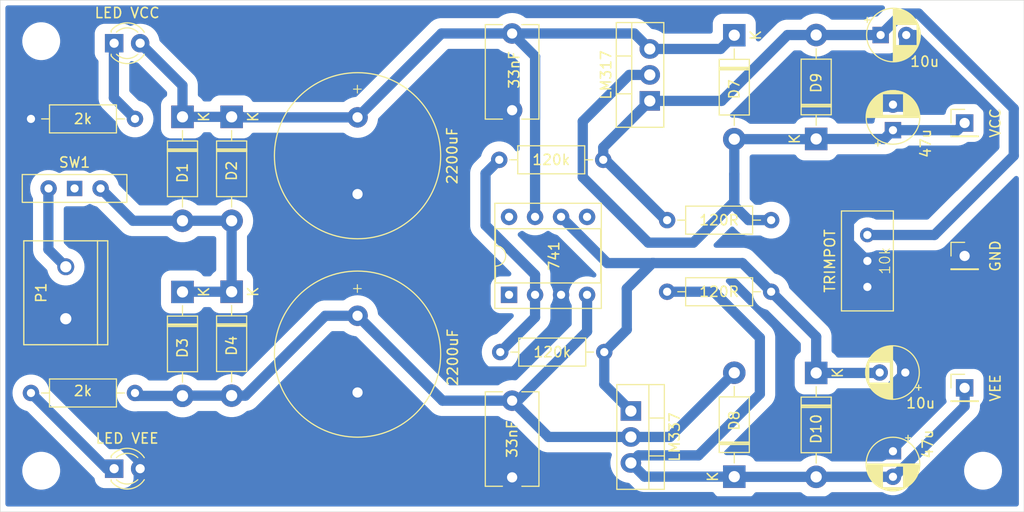
<source format=kicad_pcb>
(kicad_pcb (version 20240108) (generator "pcbnew") (generator_version "8.0")
  (layers (0 "F.Cu" jumper) (31 "B.Cu" mixed) (37 "F.SilkS" user "F.Silkscreen") (44 "Edge.Cuts" user))
  (net 0 "")
  (net 1 "/VCC")
  (net 2 "/GND")
  (net 3 "/VEE")
  (net 4 "Net-(D9-A)")
  (net 5 "Net-(D10-K)")
  (net 6 "Net-(D7-A)")
  (net 7 "Net-(D10-A)")
  (net 8 "Net-(D1-A)")
  (net 9 "Net-(D5-K)")
  (net 10 "Net-(D6-K)")
  (net 11 "Net-(SW1-B)")
  (net 12 "Net-(U3--)")
  (footprint "Diode_THT:D_DO-41_SOD81_P10.16mm_Horizontal" (layer "F.Cu") (at 112.6 71.4 -90)
    (property "Reference" "D2" (at 5.28 0 90) (layer "F.SilkS"))
    (property "Value" "1N4007")
    (fp_text user "K" (at 0 -2.1 90) (layer "F.SilkS"))
    (pad "1" thru_hole rect (at 0 0 270) (size 2.2 2.2) (drill 1.1) (layers "*.Cu" "*.Mask") (net 1 "/VCC"))
    (pad "2" thru_hole oval (at 10.16 0 270) (size 2.2 2.2) (drill 1.1) (layers "*.Cu" "*.Mask") (net 8 "Net-(D1-A)"))
  )
  (footprint "Diode_THT:D_DO-41_SOD81_P10.16mm_Horizontal" (layer "F.Cu") (at 169.7 96.44 -90)
    (property "Reference" "D10" (at 5.48 0 90) (layer "F.SilkS"))
    (property "Value" "1N4007")
    (fp_text user "K" (at 0 -2.1 90) (layer "F.SilkS"))
    (pad "1" thru_hole rect (at 0 0 270) (size 2.2 2.2) (drill 1.1) (layers "*.Cu" "*.Mask") (net 5 "Net-(D10-K)"))
    (pad "2" thru_hole oval (at 10.16 0 270) (size 2.2 2.2) (drill 1.1) (layers "*.Cu" "*.Mask") (net 7 "Net-(D10-A)"))
  )
  (footprint "Capacitor_THT:C_Radial_D16.0mm_H25.0mm_P7.50mm" (layer "F.Cu") (at 124.9 71.45 -90)
    (property "Reference" "2200uF" (at 3.75 -9.25 90) (layer "F.SilkS"))
    (property "Value" "2200u")
    (pad "1" thru_hole circle (at 0 0 270) (size 2 2) (drill 1) (layers "*.Cu" "*.Mask") (net 1 "/VCC"))
    (pad "2" thru_hole circle (at 7.5 0 270) (size 2 2) (drill 1) (layers "*.Cu" "*.Mask") (net 2 "/GND"))
  )
  (footprint "MountingHole:MountingHole_3.2mm_M3" (layer "F.Cu") (at 94 64)
    (property "Reference" "H1" (hide yes))
    (property "Value" "MountingHole")
    (pad "" np_thru_hole circle (at 0 0) (size 3.2 3.2) (drill 3.2) (layers "*.Cu" "*.Mask"))
  )
  (footprint "Capacitor_THT:CP_Radial_D5.0mm_P2.50mm" (layer "F.Cu") (at 177.2 104.094888 -90)
    (property "Reference" "47u" (at -0.694888 -3.4 90) (layer "F.SilkS"))
    (property "Value" "47u")
    (pad "1" thru_hole rect (at 0 0 270) (size 1.6 1.6) (drill 0.8) (layers "*.Cu" "*.Mask") (net 2 "/GND"))
    (pad "2" thru_hole circle (at 2.5 0 270) (size 1.6 1.6) (drill 0.8) (layers "*.Cu" "*.Mask") (net 7 "Net-(D10-A)"))
  )
  (footprint "Resistor_THT:R_Axial_DIN0207_L6.3mm_D2.5mm_P10.16mm_Horizontal" (layer "F.Cu") (at 103.16 71.6 180)
    (property "Reference" "2k" (at 5.08 0 180) (layer "F.SilkS"))
    (property "Value" "2k")
    (pad "1" thru_hole circle (at 0 0 180) (size 1.6 1.6) (drill 0.8) (layers "*.Cu" "*.Mask") (net 9 "Net-(D5-K)"))
    (pad "2" thru_hole oval (at 10.16 0 180) (size 1.6 1.6) (drill 0.8) (layers "*.Cu" "*.Mask") (net 2 "/GND"))
  )
  (footprint "Resistor_THT:R_Axial_DIN0207_L6.3mm_D2.5mm_P10.16mm_Horizontal" (layer "F.Cu") (at 165.3 88.5 180)
    (property "Reference" "120R" (at 5.08 0 180) (layer "F.SilkS"))
    (property "Value" "120R")
    (pad "1" thru_hole circle (at 0 0 180) (size 1.6 1.6) (drill 0.8) (layers "*.Cu" "*.Mask") (net 5 "Net-(D10-K)"))
    (pad "2" thru_hole oval (at 10.16 0 180) (size 1.6 1.6) (drill 0.8) (layers "*.Cu" "*.Mask") (net 7 "Net-(D10-A)"))
  )
  (footprint "Resistor_THT:R_Axial_DIN0207_L6.3mm_D2.5mm_P10.16mm_Horizontal" (layer "F.Cu") (at 148.9 75.6 180)
    (property "Reference" "120k" (at 5.08 0 180) (layer "F.SilkS"))
    (property "Value" "120k")
    (pad "1" thru_hole circle (at 0 0 180) (size 1.6 1.6) (drill 0.8) (layers "*.Cu" "*.Mask") (net 4 "Net-(D9-A)"))
    (pad "2" thru_hole oval (at 10.16 0 180) (size 1.6 1.6) (drill 0.8) (layers "*.Cu" "*.Mask") (net 12 "Net-(U3--)"))
  )
  (footprint "Resistor_THT:R_Axial_DIN0207_L6.3mm_D2.5mm_P10.16mm_Horizontal" (layer "F.Cu") (at 138.84 94.4)
    (property "Reference" "120k" (at 5.08 0 0) (layer "F.SilkS"))
    (property "Value" "120k")
    (pad "1" thru_hole circle (at 0 0) (size 1.6 1.6) (drill 0.8) (layers "*.Cu" "*.Mask") (net 12 "Net-(U3--)"))
    (pad "2" thru_hole oval (at 10.16 0) (size 1.6 1.6) (drill 0.8) (layers "*.Cu" "*.Mask") (net 5 "Net-(D10-K)"))
  )
  (footprint "Resistor_THT:R_Axial_DIN0207_L6.3mm_D2.5mm_P10.16mm_Horizontal" (layer "F.Cu") (at 165.3 81.5 180)
    (property "Reference" "120R" (at 5.08 0 180) (layer "F.SilkS"))
    (property "Value" "120R")
    (pad "1" thru_hole circle (at 0 0 180) (size 1.6 1.6) (drill 0.8) (layers "*.Cu" "*.Mask") (net 6 "Net-(D7-A)"))
    (pad "2" thru_hole oval (at 10.16 0 180) (size 1.6 1.6) (drill 0.8) (layers "*.Cu" "*.Mask") (net 4 "Net-(D9-A)"))
  )
  (footprint "Connector_PinHeader_2.54mm:PinHeader_1x01_P2.54mm_Vertical" (layer "F.Cu") (at 184.2 97.9)
    (property "Reference" "VEE" (at 3 0 90) (layer "F.SilkS"))
    (property "Value" "Conn_01x01_Pin")
    (pad "1" thru_hole rect (at 0 0) (size 1.7 1.7) (drill 1) (layers "*.Cu" "*.Mask") (net 7 "Net-(D10-A)"))
  )
  (footprint "Diode_THT:D_DO-41_SOD81_P10.16mm_Horizontal" (layer "F.Cu") (at 107.8 71.4 -90)
    (property "Reference" "D1" (at 5.48 0 90) (layer "F.SilkS"))
    (property "Value" "1N4007")
    (fp_text user "K" (at 0 -2.1 90) (layer "F.SilkS"))
    (pad "1" thru_hole rect (at 0 0 270) (size 2.2 2.2) (drill 1.1) (layers "*.Cu" "*.Mask") (net 1 "/VCC"))
    (pad "2" thru_hole oval (at 10.16 0 270) (size 2.2 2.2) (drill 1.1) (layers "*.Cu" "*.Mask") (net 8 "Net-(D1-A)"))
  )
  (footprint "Capacitor_THT:CP_Radial_D5.0mm_P2.50mm" (layer "F.Cu") (at 175.994888 63.4)
    (property "Reference" "10u" (at 4.305112 2.6 0) (layer "F.SilkS"))
    (property "Value" "10u")
    (pad "1" thru_hole rect (at 0 0) (size 1.6 1.6) (drill 0.8) (layers "*.Cu" "*.Mask") (net 4 "Net-(D9-A)"))
    (pad "2" thru_hole circle (at 2.5 0) (size 1.6 1.6) (drill 0.8) (layers "*.Cu" "*.Mask") (net 2 "/GND"))
  )
  (footprint "MountingHole:MountingHole_3.2mm_M3" (layer "F.Cu") (at 186 106)
    (property "Reference" "H4" (hide yes))
    (property "Value" "MountingHole")
    (pad "" np_thru_hole circle (at 0 0) (size 3.2 3.2) (drill 3.2) (layers "*.Cu" "*.Mask"))
  )
  (footprint "Connector_PinHeader_2.54mm:PinHeader_1x01_P2.54mm_Vertical" (layer "F.Cu") (at 184.2 72)
    (property "Reference" "VCC" (at 3 0 90) (layer "F.SilkS"))
    (property "Value" "Conn_01x01_Pin")
    (pad "1" thru_hole rect (at 0 0) (size 1.7 1.7) (drill 1) (layers "*.Cu" "*.Mask") (net 6 "Net-(D7-A)"))
  )
  (footprint "Capacitor_THT:C_Disc_D9.0mm_W5.0mm_P7.50mm" (layer "F.Cu") (at 140 63.25 -90)
    (property "Reference" "33nF" (at 3.55 -0.2 90) (layer "F.SilkS"))
    (property "Value" "33n")
    (pad "1" thru_hole circle (at 0 0 270) (size 2 2) (drill 1) (layers "*.Cu" "*.Mask") (net 1 "/VCC"))
    (pad "2" thru_hole circle (at 7.5 0 270) (size 2 2) (drill 1) (layers "*.Cu" "*.Mask") (net 2 "/GND"))
  )
  (footprint "Capacitor_THT:C_Disc_D9.0mm_W5.0mm_P7.50mm" (layer "F.Cu") (at 140 106.65 90)
    (property "Reference" "33nF" (at 3.75 0 -90) (layer "F.SilkS"))
    (property "Value" "33n")
    (pad "1" thru_hole circle (at 0 0 90) (size 2 2) (drill 1) (layers "*.Cu" "*.Mask") (net 2 "/GND"))
    (pad "2" thru_hole circle (at 7.5 0 90) (size 2 2) (drill 1) (layers "*.Cu" "*.Mask") (net 3 "/VEE"))
  )
  (footprint "Diode_THT:D_DO-41_SOD81_P10.16mm_Horizontal" (layer "F.Cu") (at 107.8 88.52 -90)
    (property "Reference" "D3" (at 5.48 0 90) (layer "F.SilkS"))
    (property "Value" "1N4007")
    (fp_text user "K" (at 0 -2.1 90) (layer "F.SilkS"))
    (pad "1" thru_hole rect (at 0 0 270) (size 2.2 2.2) (drill 1.1) (layers "*.Cu" "*.Mask") (net 8 "Net-(D1-A)"))
    (pad "2" thru_hole oval (at 10.16 0 270) (size 2.2 2.2) (drill 1.1) (layers "*.Cu" "*.Mask") (net 3 "/VEE"))
  )
  (footprint "Capacitor_THT:CP_Radial_D5.0mm_P2.50mm" (layer "F.Cu") (at 178.405113 96.4 180)
    (property "Reference" "10u" (at -1.5 -3 180) (layer "F.SilkS"))
    (property "Value" "10u")
    (pad "1" thru_hole rect (at 0 0 180) (size 1.6 1.6) (drill 0.8) (layers "*.Cu" "*.Mask") (net 2 "/GND"))
    (pad "2" thru_hole circle (at 2.5 0 180) (size 1.6 1.6) (drill 0.8) (layers "*.Cu" "*.Mask") (net 5 "Net-(D10-K)"))
  )
  (footprint "Package_DIP:DIP-8_W7.62mm_Socket" (layer "F.Cu") (at 139.7 88.8 90)
    (property "Reference" "741" (at 3.8 4.4 -90) (layer "F.SilkS"))
    (property "Value" "LM741")
    (pad "1" thru_hole rect (at 0 0 90) (size 1.6 1.6) (drill 0.8) (layers "*.Cu" "*.Mask"))
    (pad "2" thru_hole oval (at 0 2.54 90) (size 1.6 1.6) (drill 0.8) (layers "*.Cu" "*.Mask") (net 12 "Net-(U3--)"))
    (pad "3" thru_hole oval (at 0 5.08 90) (size 1.6 1.6) (drill 0.8) (layers "*.Cu" "*.Mask") (net 2 "/GND"))
    (pad "4" thru_hole oval (at 0 7.62 90) (size 1.6 1.6) (drill 0.8) (layers "*.Cu" "*.Mask") (net 3 "/VEE"))
    (pad "5" thru_hole oval (at 7.62 7.62 90) (size 1.6 1.6) (drill 0.8) (layers "*.Cu" "*.Mask"))
    (pad "6" thru_hole oval (at 7.62 5.08 90) (size 1.6 1.6) (drill 0.8) (layers "*.Cu" "*.Mask") (net 5 "Net-(D10-K)"))
    (pad "7" thru_hole oval (at 7.62 2.54 90) (size 1.6 1.6) (drill 0.8) (layers "*.Cu" "*.Mask") (net 1 "/VCC"))
    (pad "8" thru_hole oval (at 7.62 0 90) (size 1.6 1.6) (drill 0.8) (layers "*.Cu" "*.Mask"))
  )
  (footprint "BORNE_KRE2:BORNE_KRE" (layer "F.Cu") (at 96.4 88.6 90)
    (property "Reference" "P1" (at 0 -2.4 -90) (layer "F.SilkS") (effects (font (size 1.002039 1.002039))))
    (property "Value" "~")
    (pad "1" thru_hole rect (at -2.54 0 90) (size 1.65 1.65) (drill 1.1) (layers "*.Cu" "*.Mask") (net 2 "/GND"))
    (pad "2" thru_hole circle (at 2.54 0 90) (size 1.65 1.65) (drill 1.1) (layers "*.Cu" "*.Mask") (net 11 "Net-(SW1-B)"))
  )
  (footprint "Potentiometer_THT:Potentiometer_Bourns_3296W_Vertical" (layer "F.Cu") (at 174.7 82.95 90)
    (property "Reference" "TRIMPOT" (at -2.54 -3.66 -90) (layer "F.SilkS"))
    (property "Value" "5k")
    (pad "1" thru_hole circle (at 0 0 90) (size 1.44 1.44) (drill 0.8) (layers "*.Cu" "*.Mask") (net 4 "Net-(D9-A)"))
    (pad "2" thru_hole circle (at -2.54 0 90) (size 1.44 1.44) (drill 0.8) (layers "*.Cu" "*.Mask") (net 2 "/GND"))
    (pad "3" thru_hole circle (at -5.08 0 90) (size 1.44 1.44) (drill 0.8) (layers "*.Cu" "*.Mask") (net 2 "/GND"))
  )
  (footprint "Diode_THT:D_DO-41_SOD81_P10.16mm_Horizontal" (layer "F.Cu") (at 169.7 73.56 90)
    (property "Reference" "D9" (at 5.48 0 -90) (layer "F.SilkS"))
    (property "Value" "1N4007")
    (fp_text user "K" (at 0 -2.1 -90) (layer "F.SilkS"))
    (pad "1" thru_hole rect (at 0 0 90) (size 2.2 2.2) (drill 1.1) (layers "*.Cu" "*.Mask") (net 6 "Net-(D7-A)"))
    (pad "2" thru_hole oval (at 10.16 0 90) (size 2.2 2.2) (drill 1.1) (layers "*.Cu" "*.Mask") (net 4 "Net-(D9-A)"))
  )
  (footprint "Button_Switch_THT:SW_Slide-03_Wuerth-WS-SLTV_10x2.5x6.4_P2.54mm" (layer "F.Cu") (at 97.26 78.4)
    (property "Reference" "SW1" (at 0 -2.54 0) (layer "F.SilkS"))
    (property "Value" "SW_SPDT")
    (pad "1" thru_hole rect (at 0 0) (size 1.5 1.5) (drill 0.8) (layers "*.Cu" "*.Mask"))
    (pad "2" thru_hole circle (at -2.54 0) (size 1.6 1.6) (drill 0.8) (layers "*.Cu" "*.Mask") (net 11 "Net-(SW1-B)"))
    (pad "3" thru_hole circle (at 2.54 0) (size 1.6 1.6) (drill 0.8) (layers "*.Cu" "*.Mask") (net 8 "Net-(D1-A)"))
  )
  (footprint "Capacitor_THT:CP_Radial_D5.0mm_P2.50mm" (layer "F.Cu") (at 177.2 72.705113 90)
    (property "Reference" "47u" (at -1.294887 3.2 -90) (layer "F.SilkS"))
    (property "Value" "47u")
    (pad "1" thru_hole rect (at 0 0 90) (size 1.6 1.6) (drill 0.8) (layers "*.Cu" "*.Mask") (net 6 "Net-(D7-A)"))
    (pad "2" thru_hole circle (at 2.5 0 90) (size 1.6 1.6) (drill 0.8) (layers "*.Cu" "*.Mask") (net 2 "/GND"))
  )
  (footprint "LED_THT:LED_D3.0mm" (layer "F.Cu") (at 101.125 105.8)
    (property "Reference" "LED VEE" (at 1.27 -2.96 0) (layer "F.SilkS"))
    (property "Value" "LED")
    (pad "1" thru_hole rect (at 0 0) (size 1.8 1.8) (drill 0.9) (layers "*.Cu" "*.Mask") (net 10 "Net-(D6-K)"))
    (pad "2" thru_hole circle (at 2.54 0) (size 1.8 1.8) (drill 0.9) (layers "*.Cu" "*.Mask") (net 2 "/GND"))
  )
  (footprint "Capacitor_THT:C_Radial_D16.0mm_H25.0mm_P7.50mm" (layer "F.Cu") (at 124.9 98.35 90)
    (property "Reference" "2200uF" (at 3.45 9.3 -90) (layer "F.SilkS"))
    (property "Value" "2200u")
    (pad "1" thru_hole circle (at 0 0 90) (size 2 2) (drill 1) (layers "*.Cu" "*.Mask") (net 2 "/GND"))
    (pad "2" thru_hole circle (at 7.5 0 90) (size 2 2) (drill 1) (layers "*.Cu" "*.Mask") (net 3 "/VEE"))
  )
  (footprint "MountingHole:MountingHole_3.2mm_M3" (layer "F.Cu") (at 94 106)
    (property "Reference" "H2" (hide yes))
    (property "Value" "MountingHole")
    (pad "" np_thru_hole circle (at 0 0) (size 3.2 3.2) (drill 3.2) (layers "*.Cu" "*.Mask"))
  )
  (footprint "Resistor_THT:R_Axial_DIN0207_L6.3mm_D2.5mm_P10.16mm_Horizontal" (layer "F.Cu") (at 93 98.4)
    (property "Reference" "2k" (at 5.08 -0.2 0) (layer "F.SilkS"))
    (property "Value" "2k")
    (pad "1" thru_hole circle (at 0 0) (size 1.6 1.6) (drill 0.8) (layers "*.Cu" "*.Mask") (net 10 "Net-(D6-K)"))
    (pad "2" thru_hole oval (at 10.16 0) (size 1.6 1.6) (drill 0.8) (layers "*.Cu" "*.Mask") (net 3 "/VEE"))
  )
  (footprint "Package_TO_SOT_THT:TO-220-3_Vertical" (layer "F.Cu") (at 153.445 69.84 90)
    (property "Reference" "LM317" (at 2.54 -4.27 -90) (layer "F.SilkS"))
    (property "Value" "LM317_TO-220")
    (pad "1" thru_hole rect (at 0 0 90) (size 1.905 2) (drill 1.1) (layers "*.Cu" "*.Mask") (net 4 "Net-(D9-A)"))
    (pad "2" thru_hole oval (at 2.54 0 90) (size 1.905 2) (drill 1.1) (layers "*.Cu" "*.Mask") (net 6 "Net-(D7-A)"))
    (pad "3" thru_hole oval (at 5.08 0 90) (size 1.905 2) (drill 1.1) (layers "*.Cu" "*.Mask") (net 1 "/VCC"))
  )
  (footprint "Connector_PinHeader_2.54mm:PinHeader_1x01_P2.54mm_Vertical" (layer "F.Cu") (at 184.2 85)
    (property "Reference" "GND" (at 3 0 90) (layer "F.SilkS"))
    (property "Value" "Conn_01x01_Pin")
    (pad "1" thru_hole rect (at 0 0) (size 1.7 1.7) (drill 1) (layers "*.Cu" "*.Mask") (net 2 "/GND"))
  )
  (footprint "Diode_THT:D_DO-41_SOD81_P10.16mm_Horizontal" (layer "F.Cu") (at 112.6 88.5 -90)
    (property "Reference" "D4" (at 5.28 0 90) (layer "F.SilkS"))
    (property "Value" "1N4007")
    (fp_text user "K" (at 0 -2.1 90) (layer "F.SilkS"))
    (pad "1" thru_hole rect (at 0 0 270) (size 2.2 2.2) (drill 1.1) (layers "*.Cu" "*.Mask") (net 8 "Net-(D1-A)"))
    (pad "2" thru_hole oval (at 10.16 0 270) (size 2.2 2.2) (drill 1.1) (layers "*.Cu" "*.Mask") (net 3 "/VEE"))
  )
  (footprint "MountingHole:MountingHole_3.2mm_M3" (layer "F.Cu") (at 186 64)
    (property "Reference" "H3" (hide yes))
    (property "Value" "MountingHole")
    (pad "" np_thru_hole circle (at 0 0) (size 3.2 3.2) (drill 3.2) (layers "*.Cu" "*.Mask"))
  )
  (footprint "LED_THT:LED_D3.0mm" (layer "F.Cu") (at 101.125 64.2)
    (property "Reference" "LED VCC" (at 1.27 -2.96 0) (layer "F.SilkS"))
    (property "Value" "LED")
    (pad "1" thru_hole rect (at 0 0) (size 1.8 1.8) (drill 0.9) (layers "*.Cu" "*.Mask") (net 9 "Net-(D5-K)"))
    (pad "2" thru_hole circle (at 2.54 0) (size 1.8 1.8) (drill 0.9) (layers "*.Cu" "*.Mask") (net 1 "/VCC"))
  )
  (footprint "Diode_THT:D_DO-41_SOD81_P10.16mm_Horizontal" (layer "F.Cu") (at 161.7 106.58 90)
    (property "Reference" "D8" (at 5.48 0 -90) (layer "F.SilkS"))
    (property "Value" "1N4007")
    (fp_text user "K" (at 0 -2.1 -90) (layer "F.SilkS"))
    (pad "1" thru_hole rect (at 0 0 90) (size 2.2 2.2) (drill 1.1) (layers "*.Cu" "*.Mask") (net 7 "Net-(D10-A)"))
    (pad "2" thru_hole oval (at 10.16 0 90) (size 2.2 2.2) (drill 1.1) (layers "*.Cu" "*.Mask") (net 3 "/VEE"))
  )
  (footprint "Package_TO_SOT_THT:TO-220-3_Vertical" (layer "F.Cu") (at 151.6 100.16 -90)
    (property "Reference" "LM337" (at 2.54 -4.27 90) (layer "F.SilkS"))
    (property "Value" "LM337_TO220")
    (pad "1" thru_hole rect (at 0 0 270) (size 1.905 2) (drill 1.1) (layers "*.Cu" "*.Mask") (net 5 "Net-(D10-K)"))
    (pad "2" thru_hole oval (at 2.54 0 270) (size 1.905 2) (drill 1.1) (layers "*.Cu" "*.Mask") (net 3 "/VEE"))
    (pad "3" thru_hole oval (at 5.08 0 270) (size 1.905 2) (drill 1.1) (layers "*.Cu" "*.Mask") (net 7 "Net-(D10-A)"))
  )
  (footprint "Diode_THT:D_DO-41_SOD81_P10.16mm_Horizontal" (layer "F.Cu") (at 161.7 63.42 -90)
    (property "Reference" "D7" (at 5.28 0 90) (layer "F.SilkS"))
    (property "Value" "1N4007")
    (fp_text user "K" (at 0 -2.1 90) (layer "F.SilkS"))
    (pad "1" thru_hole rect (at 0 0 270) (size 2.2 2.2) (drill 1.1) (layers "*.Cu" "*.Mask") (net 1 "/VCC"))
    (pad "2" thru_hole oval (at 10.16 0 270) (size 2.2 2.2) (drill 1.1) (layers "*.Cu" "*.Mask") (net 6 "Net-(D7-A)"))
  )
  (gr_line (start 190 110) (end 90 110) (stroke (width 0.05)) (layer "Edge.Cuts"))
  (gr_line (start 190 60) (end 190 110) (stroke (width 0.05)) (layer "Edge.Cuts"))
  (gr_line (start 90 60) (end 90 110) (stroke (width 0.05)) (layer "Edge.Cuts"))
  (gr_line (start 90 60) (end 190 60) (stroke (width 0.05)) (layer "Edge.Cuts"))
  (gr_text "10k" (at 177 86.9 90) (layer "F.SilkS") (effects (font (size 1 1) (thickness 0.1)) (justify left bottom)))
  (gr_text "+" (at 124.2 88.7 0) (layer "F.SilkS") (effects (font (size 1 1) (thickness 0.1)) (justify left bottom)))
  (gr_text "+" (at 124.2 69.2 0) (layer "F.SilkS") (effects (font (size 1 1) (thickness 0.1)) (justify left bottom)))
  (segment (start 142.24 81.18) (end 142.24 65.49) (width 1) (layer "B.Cu") (net 1))
  (segment (start 133.1 63.25) (end 140 63.25) (width 1) (layer "B.Cu") (net 1))
  (segment (start 151.935 63.25) (end 153.445 64.76) (width 1) (layer "B.Cu") (net 1))
  (segment (start 160.36 64.76) (end 161.7 63.42) (width 1) (layer "B.Cu") (net 1))
  (segment (start 103.665 64.2) (end 107.8 68.335) (width 1) (layer "B.Cu") (net 1))
  (segment (start 124.9 71.45) (end 133.1 63.25) (width 1) (layer "B.Cu") (net 1))
  (segment (start 153.445 64.76) (end 160.36 64.76) (width 1) (layer "B.Cu") (net 1))
  (segment (start 112.6 71.4) (end 113.6 71.4) (width 1) (layer "B.Cu") (net 1))
  (segment (start 113.65 71.45) (end 124.9 71.45) (width 1) (layer "B.Cu") (net 1))
  (segment (start 113.6 71.4) (end 113.65 71.45) (width 1) (layer "B.Cu") (net 1))
  (segment (start 107.8 68.335) (end 107.8 71.4) (width 1) (layer "B.Cu") (net 1))
  (segment (start 107.8 71.4) (end 112.6 71.4) (width 1) (layer "B.Cu") (net 1))
  (segment (start 142.24 65.49) (end 140 63.25) (width 1) (layer "B.Cu") (net 1))
  (segment (start 140 63.25) (end 151.935 63.25) (width 1) (layer "B.Cu") (net 1))
  (segment (start 187.1 74.3) (end 183.2 78.2) (width 1) (layer "B.Cu") (net 2))
  (segment (start 96.4 97.875) (end 103.665 105.14) (width 1) (layer "B.Cu") (net 2))
  (segment (start 186.1 93.1) (end 188.6 95.6) (width 1) (layer "B.Cu") (net 2))
  (segment (start 177.2 97.605113) (end 178.405113 96.4) (width 1) (layer "B.Cu") (net 2))
  (segment (start 188.6 99) (end 178.6 109) (width 1) (layer "B.Cu") (net 2))
  (segment (start 133.1 70.75) (end 124.9 78.95) (width 1) (layer "B.Cu") (net 2))
  (segment (start 177.2 70.205113) (end 178.494888 68.910225) (width 1) (layer "B.Cu") (net 2))
  (segment (start 92.2 86.9) (end 92.2 72.4) (width 1) (layer "B.Cu") (net 2))
  (segment (start 178.6 109) (end 142.35 109) (width 1) (layer "B.Cu") (net 2))
  (segment (start 174.7 85.49) (end 183.71 85.49) (width 1) (layer "B.Cu") (net 2))
  (segment (start 103.665 105.14) (end 103.665 105.8) (width 1) (layer "B.Cu") (net 2))
  (segment (start 144.78 91.72) (end 140.2 96.3) (width 1) (layer "B.Cu") (net 2))
  (segment (start 179.3 63.4) (end 187.1 71.2) (width 1) (layer "B.Cu") (net 2))
  (segment (start 136.5 96.3) (end 124.9 84.7) (width 1) (layer "B.Cu") (net 2))
  (segment (start 142.35 109) (end 140 106.65) (width 1) (layer "B.Cu") (net 2))
  (segment (start 176.4 78.2) (end 172.9 81.7) (width 1) (layer "B.Cu") (net 2))
  (segment (start 183.71 85.49) (end 184.2 85) (width 1) (layer "B.Cu") (net 2))
  (segment (start 178.405113 96.4) (end 180.4 96.4) (width 1) (layer "B.Cu") (net 2))
  (segment (start 178.494888 68.910225) (end 178.494888 63.4) (width 1) (layer "B.Cu") (net 2))
  (segment (start 180.4 96.4) (end 183.7 93.1) (width 1) (layer "B.Cu") (net 2))
  (segment (start 103.665 105.8) (end 113.1 105.8) (width 1) (layer "B.Cu") (net 2))
  (segment (start 188.6 95.6) (end 188.6 99) (width 1) (layer "B.Cu") (net 2))
  (segment (start 187.1 71.2) (end 187.1 74.3) (width 1) (layer "B.Cu") (net 2))
  (segment (start 121.85 75.9) (end 124.9 78.95) (width 1) (layer "B.Cu") (net 2))
  (segment (start 133.2 106.65) (end 140 106.65) (width 1) (layer "B.Cu") (net 2))
  (segment (start 178.405113 90.405113) (end 178.405113 96.4) (width 1) (layer "B.Cu") (net 2))
  (segment (start 172.9 83.69) (end 174.7 85.49) (width 1) (layer "B.Cu") (net 2))
  (segment (start 96.4 91.14) (end 96.4 91.1) (width 1) (layer "B.Cu") (net 2))
  (segment (start 97.3 75.9) (end 121.85 75.9) (width 1) (layer "B.Cu") (net 2))
  (segment (start 124.9 98.35) (end 133.2 106.65) (width 1) (layer "B.Cu") (net 2))
  (segment (start 174.7 85.49) (end 174.7 88.03) (width 1) (layer "B.Cu") (net 2))
  (segment (start 92.2 72.4) (end 93 71.6) (width 1) (layer "B.Cu") (net 2))
  (segment (start 93 71.6) (end 97.3 75.9) (width 1) (layer "B.Cu") (net 2))
  (segment (start 178.494888 63.4) (end 179.3 63.4) (width 1) (layer "B.Cu") (net 2))
  (segment (start 120.55 98.35) (end 124.9 98.35) (width 1) (layer "B.Cu") (net 2))
  (segment (start 172.9 81.7) (end 172.9 83.69) (width 1) (layer "B.Cu") (net 2))
  (segment (start 183.2 78.2) (end 176.4 78.2) (width 1) (layer "B.Cu") (net 2))
  (segment (start 113.1 105.8) (end 120.55 98.35) (width 1) (layer "B.Cu") (net 2))
  (segment (start 177.2 104.094888) (end 177.2 97.605113) (width 1) (layer "B.Cu") (net 2))
  (segment (start 96.4 91.14) (end 96.4 97.875) (width 1) (layer "B.Cu") (net 2))
  (segment (start 140.2 96.3) (end 136.5 96.3) (width 1) (layer "B.Cu") (net 2))
  (segment (start 176.03 88.03) (end 178.405113 90.405113) (width 1) (layer "B.Cu") (net 2))
  (segment (start 124.9 84.7) (end 124.9 78.95) (width 1) (layer "B.Cu") (net 2))
  (segment (start 183.7 93.1) (end 186.1 93.1) (width 1) (layer "B.Cu") (net 2))
  (segment (start 144.78 88.8) (end 144.78 91.72) (width 1) (layer "B.Cu") (net 2))
  (segment (start 174.7 88.03) (end 176.03 88.03) (width 1) (layer "B.Cu") (net 2))
  (segment (start 140 70.75) (end 133.1 70.75) (width 1) (layer "B.Cu") (net 2))
  (segment (start 96.4 91.1) (end 92.2 86.9) (width 1) (layer "B.Cu") (net 2))
  (segment (start 133.2 99.15) (end 124.9 90.85) (width 1) (layer "B.Cu") (net 3))
  (segment (start 107.8 98.68) (end 103.44 98.68) (width 1) (layer "B.Cu") (net 3))
  (segment (start 147.32 92.38) (end 147.32 88.8) (width 1) (layer "B.Cu") (net 3))
  (segment (start 107.82 98.66) (end 107.8 98.68) (width 1) (layer "B.Cu") (net 3))
  (segment (start 151.6 102.7) (end 155.42 102.7) (width 1) (layer "B.Cu") (net 3))
  (segment (start 113.94 98.66) (end 121.75 90.85) (width 1) (layer "B.Cu") (net 3))
  (segment (start 155.42 102.7) (end 161.7 96.42) (width 1) (layer "B.Cu") (net 3))
  (segment (start 112.6 98.66) (end 113.94 98.66) (width 1) (layer "B.Cu") (net 3))
  (segment (start 103.44 98.68) (end 103.16 98.4) (width 1) (layer "B.Cu") (net 3))
  (segment (start 121.75 90.85) (end 124.9 90.85) (width 1) (layer "B.Cu") (net 3))
  (segment (start 140.55 99.15) (end 147.32 92.38) (width 1) (layer "B.Cu") (net 3))
  (segment (start 112.6 98.66) (end 107.82 98.66) (width 1) (layer "B.Cu") (net 3))
  (segment (start 151.6 102.7) (end 143.55 102.7) (width 1) (layer "B.Cu") (net 3))
  (segment (start 143.55 102.7) (end 140 99.15) (width 1) (layer "B.Cu") (net 3))
  (segment (start 140 99.15) (end 133.2 99.15) (width 1) (layer "B.Cu") (net 3))
  (segment (start 140 99.15) (end 140.55 99.15) (width 1) (layer "B.Cu") (net 3))
  (segment (start 178.094888 61.3) (end 175.994888 63.4) (width 1) (layer "B.Cu") (net 4))
  (segment (start 149.1 75.6) (end 155 81.5) (width 1) (layer "B.Cu") (net 4))
  (segment (start 179.7 61.3) (end 178.094888 61.3) (width 1) (layer "B.Cu") (net 4))
  (segment (start 166.9 63.4) (end 169.7 63.4) (width 1) (layer "B.Cu") (net 4))
  (segment (start 155 81.5) (end 155.14 81.5) (width 1) (layer "B.Cu") (net 4))
  (segment (start 160.46 69.84) (end 166.9 63.4) (width 1) (layer "B.Cu") (net 4))
  (segment (start 148.9 74.385) (end 153.445 69.84) (width 1) (layer "B.Cu") (net 4))
  (segment (start 174.7 82.95) (end 181.25 82.95) (width 1) (layer "B.Cu") (net 4))
  (segment (start 148.9 75.6) (end 148.9 74.385) (width 1) (layer "B.Cu") (net 4))
  (segment (start 189 75.2) (end 189 70.6) (width 1) (layer "B.Cu") (net 4))
  (segment (start 175.994888 63.4) (end 169.7 63.4) (width 1) (layer "B.Cu") (net 4))
  (segment (start 148.9 75.6) (end 149.1 75.6) (width 1) (layer "B.Cu") (net 4))
  (segment (start 189 70.6) (end 179.7 61.3) (width 1) (layer "B.Cu") (net 4))
  (segment (start 181.25 82.95) (end 189 75.2) (width 1) (layer "B.Cu") (net 4))
  (segment (start 153.445 69.84) (end 160.46 69.84) (width 1) (layer "B.Cu") (net 4))
  (segment (start 149 94.4) (end 149 97.56) (width 1) (layer "B.Cu") (net 5))
  (segment (start 165.3 88.5) (end 169.7 92.9) (width 1) (layer "B.Cu") (net 5))
  (segment (start 153.8 85.7) (end 162.5 85.7) (width 1) (layer "B.Cu") (net 5))
  (segment (start 175.865113 96.44) (end 175.905113 96.4) (width 1) (layer "B.Cu") (net 5))
  (segment (start 144.78 81.18) (end 149.3 85.7) (width 1) (layer "B.Cu") (net 5))
  (segment (start 149 97.56) (end 151.6 100.16) (width 1) (layer "B.Cu") (net 5))
  (segment (start 151.2 88.2) (end 153.7 85.7) (width 1) (layer "B.Cu") (net 5))
  (segment (start 153.7 85.7) (end 153.8 85.7) (width 1) (layer "B.Cu") (net 5))
  (segment (start 169.7 92.9) (end 169.7 96.44) (width 1) (layer "B.Cu") (net 5))
  (segment (start 151.2 92.2) (end 151.2 88.2) (width 1) (layer "B.Cu") (net 5))
  (segment (start 149 94.4) (end 151.2 92.2) (width 1) (layer "B.Cu") (net 5))
  (segment (start 169.7 96.44) (end 175.865113 96.44) (width 1) (layer "B.Cu") (net 5))
  (segment (start 162.5 85.7) (end 165.3 88.5) (width 1) (layer "B.Cu") (net 5))
  (segment (start 149.3 85.7) (end 153.8 85.7) (width 1) (layer "B.Cu") (net 5))
  (segment (start 177.2 72.705113) (end 183.494887 72.705113) (width 1) (layer "B.Cu") (net 6))
  (segment (start 161.7 77) (end 161.7 80.1) (width 1) (layer "B.Cu") (net 6))
  (segment (start 163.1 81.5) (end 165.3 81.5) (width 1) (layer "B.Cu") (net 6))
  (segment (start 161.7 73.58) (end 161.7 77) (width 1) (layer "B.Cu") (net 6))
  (segment (start 146.9 77.3) (end 153.3 83.7) (width 1) (layer "B.Cu") (net 6))
  (segment (start 176.345113 73.56) (end 177.2 72.705113) (width 1) (layer "B.Cu") (net 6))
  (segment (start 157.7 83.7) (end 161.7 79.7) (width 1) (layer "B.Cu") (net 6))
  (segment (start 161.7 80.1) (end 163.1 81.5) (width 1) (layer "B.Cu") (net 6))
  (segment (start 169.68 73.58) (end 169.7 73.56) (width 1) (layer "B.Cu") (net 6))
  (segment (start 161.7 79.7) (end 161.7 77) (width 1) (layer "B.Cu") (net 6))
  (segment (start 169.7 73.56) (end 176.345113 73.56) (width 1) (layer "B.Cu") (net 6))
  (segment (start 153.3 83.7) (end 157.7 83.7) (width 1) (layer "B.Cu") (net 6))
  (segment (start 161.7 73.58) (end 169.68 73.58) (width 1) (layer "B.Cu") (net 6))
  (segment (start 183.494887 72.705113) (end 184.2 72) (width 1) (layer "B.Cu") (net 6))
  (segment (start 146.9 71.845) (end 146.9 77.3) (width 1) (layer "B.Cu") (net 6))
  (segment (start 151.445 67.3) (end 146.9 71.845) (width 1) (layer "B.Cu") (net 6))
  (segment (start 153.445 67.3) (end 151.445 67.3) (width 1) (layer "B.Cu") (net 6))
  (segment (start 159.7 88.5) (end 155.14 88.5) (width 1) (layer "B.Cu") (net 7))
  (segment (start 164.2 93) (end 159.7 88.5) (width 1) (layer "B.Cu") (net 7))
  (segment (start 169.7 106.6) (end 161.72 106.6) (width 1) (layer "B.Cu") (net 7))
  (segment (start 152.94 106.58) (end 151.6 105.24) (width 1) (layer "B.Cu") (net 7))
  (segment (start 164.2 98.5) (end 164.2 93) (width 1) (layer "B.Cu") (net 7))
  (segment (start 151.6 105.24) (end 152.34 104.5) (width 1) (layer "B.Cu") (net 7))
  (segment (start 184.2 99.7) (end 184.2 97.9) (width 1) (layer "B.Cu") (net 7))
  (segment (start 158.2 104.5) (end 164.2 98.5) (width 1) (layer "B.Cu") (net 7))
  (segment (start 177.2 106.594888) (end 169.705112 106.594888) (width 1) (layer "B.Cu") (net 7))
  (segment (start 161.7 106.58) (end 152.94 106.58) (width 1) (layer "B.Cu") (net 7))
  (segment (start 152.34 104.5) (end 158.2 104.5) (width 1) (layer "B.Cu") (net 7))
  (segment (start 169.705112 106.594888) (end 169.7 106.6) (width 1) (layer "B.Cu") (net 7))
  (segment (start 161.72 106.6) (end 161.7 106.58) (width 1) (layer "B.Cu") (net 7))
  (segment (start 177.305112 106.594888) (end 184.2 99.7) (width 1) (layer "B.Cu") (net 7))
  (segment (start 177.2 106.594888) (end 177.305112 106.594888) (width 1) (layer "B.Cu") (net 7))
  (segment (start 112.6 81.56) (end 107.8 81.56) (width 1) (layer "B.Cu") (net 8))
  (segment (start 107.82 88.5) (end 112.6 88.5) (width 1) (layer "B.Cu") (net 8))
  (segment (start 112.6 88.5) (end 112.6 81.56) (width 1) (layer "B.Cu") (net 8))
  (segment (start 107.8 88.52) (end 107.82 88.5) (width 1) (layer "B.Cu") (net 8))
  (segment (start 102.96 81.56) (end 99.8 78.4) (width 1) (layer "B.Cu") (net 8))
  (segment (start 107.8 81.56) (end 102.96 81.56) (width 1) (layer "B.Cu") (net 8))
  (segment (start 101.1 69.54) (end 101.1 64.225) (width 1) (layer "B.Cu") (net 9))
  (segment (start 101.1 64.225) (end 101.125 64.2) (width 1) (layer "B.Cu") (net 9))
  (segment (start 103.16 71.6) (end 101.1 69.54) (width 1) (layer "B.Cu") (net 9))
  (segment (start 100.4 105.8) (end 93 98.4) (width 1) (layer "B.Cu") (net 10))
  (segment (start 101.125 105.8) (end 100.4 105.8) (width 1) (layer "B.Cu") (net 10))
  (segment (start 94.7 84.36) (end 94.7 78.42) (width 1) (layer "B.Cu") (net 11))
  (segment (start 94.7 78.42) (end 94.72 78.4) (width 1) (layer "B.Cu") (net 11))
  (segment (start 96.4 86.06) (end 94.7 84.36) (width 1) (layer "B.Cu") (net 11))
  (segment (start 138.84 94.4) (end 142.24 91) (width 1) (layer "B.Cu") (net 12))
  (segment (start 137.4 82) (end 137.4 76.94) (width 1) (layer "B.Cu") (net 12))
  (segment (start 142.24 91) (end 142.24 88.8) (width 1) (layer "B.Cu") (net 12))
  (segment (start 142.24 88.8) (end 142.24 86.84) (width 1) (layer "B.Cu") (net 12))
  (segment (start 137.4 76.94) (end 138.74 75.6) (width 1) (layer "B.Cu") (net 12))
  (segment (start 142.24 86.84) (end 137.4 82) (width 1) (layer "B.Cu") (net 12))
  (zone (net 2) (net_name "/GND") (layer "B.Cu") (connect_pads yes (clearance 1)) (min_thickness 0.5) (fill yes (thermal_gap 0.5) (thermal_bridge_width 0.5))
    (polygon (pts (xy 90 60) (xy 90 110) (xy 190 110) (xy 190 60)))
  )
)
</source>
